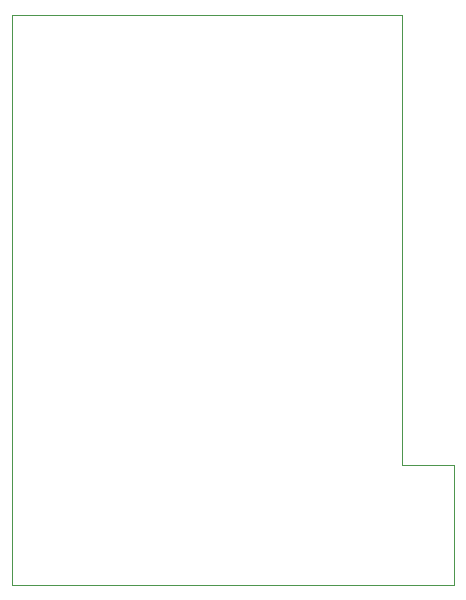
<source format=gbr>
%TF.GenerationSoftware,KiCad,Pcbnew,(6.0.9-0)*%
%TF.CreationDate,2022-11-13T08:04:19-06:00*%
%TF.ProjectId,ProgramingAddOn,50726f67-7261-46d6-996e-674164644f6e,rev?*%
%TF.SameCoordinates,Original*%
%TF.FileFunction,Profile,NP*%
%FSLAX46Y46*%
G04 Gerber Fmt 4.6, Leading zero omitted, Abs format (unit mm)*
G04 Created by KiCad (PCBNEW (6.0.9-0)) date 2022-11-13 08:04:19*
%MOMM*%
%LPD*%
G01*
G04 APERTURE LIST*
%TA.AperFunction,Profile*%
%ADD10C,0.100000*%
%TD*%
G04 APERTURE END LIST*
D10*
X92710000Y-95250000D02*
X93980000Y-95250000D01*
X97790000Y-95250000D02*
X98425000Y-95250000D01*
X98425000Y-95250000D02*
X98425000Y-85090000D01*
X93980000Y-85090000D02*
X93980000Y-48260000D01*
X60960000Y-95250000D02*
X60960000Y-93980000D01*
X93980000Y-48260000D02*
X93980000Y-46990000D01*
X60960000Y-46990000D02*
X60960000Y-93980000D01*
X98425000Y-85090000D02*
X93980000Y-85090000D01*
X93980000Y-46990000D02*
X60960000Y-46990000D01*
X93980000Y-95250000D02*
X97790000Y-95250000D01*
X60960000Y-95250000D02*
X92710000Y-95250000D01*
M02*

</source>
